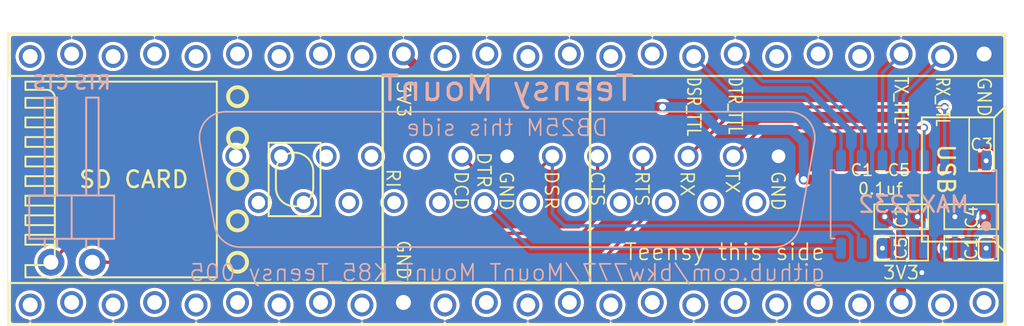
<source format=kicad_pcb>
(kicad_pcb (version 20211014) (generator pcbnew)
  (title_block (title "MounT_K85_Teensy") (date "2022-10-25") (rev "005") (company "Brian K. White - b.kenyon.w@gmail.com") (comment 1 "CC-BY-SA") (comment 2 "github.com/bkw777/MounT"))
  (layers (0 "F.Cu" signal) (31 "B.Cu" signal) (34 "B.Paste" user) (35 "F.Paste" user) (36 "B.SilkS" user "B.Silkscreen") (37 "F.SilkS" user "F.Silkscreen") (38 "B.Mask" user) (39 "F.Mask" user) (44 "Edge.Cuts" user))
  (net 0 "")
  (net 1 "GND")
  (net 2 "Net-(C1-Pad1)")
  (net 3 "Net-(C1-Pad2)")
  (net 4 "Net-(C2-Pad1)")
  (net 5 "Net-(C2-Pad2)")
  (net 6 "Net-(C4-Pad1)")
  (net 7 "Net-(C5-Pad1)")
  (net 8 "+3V3")
  (net 9 "/DTR_TTL")
  (net 10 "/DSR_TTL")
  (net 11 "/TX_TTL")
  (net 12 "/RX_TTL")
  (net 13 "/DTR_232")
  (net 16 "/CTS_232")
  (net 17 "/RTS_232")
  (net 18 "/RX_232")
  (net 19 "/TX_232")
  (net 55 "/RI_232")
  (net 68 "/DSR_DCD_232")
  (footprint "0_LOCAL:C_0805" (layer "F.Cu") (at 175.7426 100.7364 180)
    (fp_text reference "C1" (at 0 -0.0254 90) (layer "F.SilkS") (effects (font (size 0.7112 0.7112) (thickness 0.1016))))
    (fp_text value "0.1uf")
    (fp_line (start 1.651 -0.762) (end -1.651 -0.762) (layer "F.SilkS") (width 0.1016))
    (fp_line (start -1.651 0.762) (end 1.651 0.762) (layer "F.SilkS") (width 0.1016))
    (fp_line (start 1.651 -0.762) (end 1.651 0.762) (layer "F.SilkS") (width 0.1016))
    (fp_line (start -1.651 -0.762) (end -1.651 0.762) (layer "F.SilkS") (width 0.1016))
    (pad "1" smd roundrect locked (at -1 0 180) (size 1 1.25) (layers "F.Cu" "F.Paste" "F.Mask") (net 2 "Net-(C1-Pad1)"))
    (pad "2" smd roundrect locked (at 1 0 180) (size 1 1.25) (layers "F.Cu" "F.Paste" "F.Mask") (net 3 "Net-(C1-Pad2)"))
  )
  (footprint "0_LOCAL:C_0805" (layer "F.Cu") (at 171.45 98.806 180)
    (fp_text reference "C2" (at -0.0254 0 90) (layer "F.SilkS") (effects (font (size 0.7112 0.7112) (thickness 0.1016))))
    (fp_text value "0.1uf")
    (fp_line (start -1.651 0.762) (end 1.651 0.762) (layer "F.SilkS") (width 0.1016))
    (fp_line (start -1.651 -0.762) (end -1.651 0.762) (layer "F.SilkS") (width 0.1016))
    (fp_line (start 1.651 -0.762) (end 1.651 0.762) (layer "F.SilkS") (width 0.1016))
    (fp_line (start 1.651 -0.762) (end -1.651 -0.762) (layer "F.SilkS") (width 0.1016))
    (pad "1" smd roundrect locked (at -1 0 180) (size 1 1.25) (layers "F.Cu" "F.Paste" "F.Mask") (net 4 "Net-(C2-Pad1)"))
    (pad "2" smd roundrect locked (at 1 0 180) (size 1 1.25) (layers "F.Cu" "F.Paste" "F.Mask") (net 5 "Net-(C2-Pad2)"))
  )
  (footprint "0_LOCAL:C_0805" (layer "F.Cu") (at 171.45 100.7364)
    (fp_text reference "C5" (at -0.0254 0 90) (layer "F.SilkS") (effects (font (size 0.7112 0.7112) (thickness 0.1016))))
    (fp_text value "0.1uf")
    (fp_line (start 1.651 -0.762) (end 1.651 0.762) (layer "F.SilkS") (width 0.1016))
    (fp_line (start 1.651 -0.762) (end -1.651 -0.762) (layer "F.SilkS") (width 0.1016))
    (fp_line (start -1.651 -0.762) (end -1.651 0.762) (layer "F.SilkS") (width 0.1016))
    (fp_line (start -1.651 0.762) (end 1.651 0.762) (layer "F.SilkS") (width 0.1016))
    (pad "1" smd roundrect locked (at -1 0) (size 1 1.25) (layers "F.Cu" "F.Paste" "F.Mask") (net 7 "Net-(C5-Pad1)"))
    (pad "2" smd roundrect locked (at 1 0) (size 1 1.25) (layers "F.Cu" "F.Paste" "F.Mask") (net 1 "GND"))
  )
  (footprint "0_LOCAL:C_0805" (layer "F.Cu") (at 176.3776 94.361 90)
    (fp_text reference "C3" (at -0.0254 0) (layer "F.SilkS") (effects (font (size 0.7112 0.7112) (thickness 0.1016))))
    (fp_text value "0.1uf")
    (fp_line (start -1.651 0.762) (end 1.651 0.762) (layer "F.SilkS") (width 0.1016))
    (fp_line (start 1.651 -0.762) (end 1.651 0.762) (layer "F.SilkS") (width 0.1016))
    (fp_line (start -1.651 -0.762) (end -1.651 0.762) (layer "F.SilkS") (width 0.1016))
    (fp_line (start 1.651 -0.762) (end -1.651 -0.762) (layer "F.SilkS") (width 0.1016))
    (pad "1" smd roundrect locked (at -1 0 90) (size 1 1.25) (layers "F.Cu" "F.Paste" "F.Mask") (net 8 "+3V3"))
    (pad "2" smd roundrect locked (at 1 0 90) (size 1 1.25) (layers "F.Cu" "F.Paste" "F.Mask") (net 1 "GND"))
  )
  (footprint "0_LOCAL:C_0805" (layer "F.Cu") (at 175.7426 98.806 180)
    (fp_text reference "C4" (at -0.0254 -0.0254 90) (layer "F.SilkS") (effects (font (size 0.7112 0.7112) (thickness 0.1016))))
    (fp_text value "0.1uf")
    (fp_line (start 1.651 -0.762) (end 1.651 0.762) (layer "F.SilkS") (width 0.1016))
    (fp_line (start 1.651 -0.762) (end -1.651 -0.762) (layer "F.SilkS") (width 0.1016))
    (fp_line (start -1.651 -0.762) (end -1.651 0.762) (layer "F.SilkS") (width 0.1016))
    (fp_line (start -1.651 0.762) (end 1.651 0.762) (layer "F.SilkS") (width 0.1016))
    (pad "1" smd roundrect locked (at -1 0 180) (size 1 1.25) (layers "F.Cu" "F.Paste" "F.Mask") (net 6 "Net-(C4-Pad1)"))
    (pad "2" smd roundrect locked (at 1 0 180) (size 1 1.25) (layers "F.Cu" "F.Paste" "F.Mask") (net 1 "GND"))
  )
  (footprint "0_LOCAL:Teensy_3.5_3.6_4.1_DIP_friction" (layer "F.Cu") (at 147.32 96.52 180)
    (fp_text reference "J1" hide)
    (fp_text value "Teensy_3.5_3.6_4.1")
    (fp_line (start 14.1605 -0.5) (end 14.1605 0.5) (layer "F.SilkS") (width 0.12))
    (fp_line (start -30.48 4.445) (end -29.845 3.81) (layer "F.SilkS") (width 0.12))
    (fp_line (start 14.605 -2.25) (end 11.43 -2.25) (layer "F.SilkS") (width 0.12))
    (fp_line (start 27.7 0.2) (end 29.5 0.2) (layer "F.SilkS") (width 0.12))
    (fp_line (start 29.5 3.8) (end 29.5 3.2) (layer "F.SilkS") (width 0.12))
    (fp_line (start 29.5 -5.25) (end 28.2 -5.25) (layer "F.SilkS") (width 0.12))
    (fp_line (start 27.7 5) (end 29.5 5) (layer "F.SilkS") (width 0.12))
    (fp_line (start 11.8745 -0.5) (end 11.8745 0.5) (layer "F.SilkS") (width 0.12))
    (fp_line (start 27.7 2.6) (end 29.5 2.6) (layer "F.SilkS") (width 0.12))
    (fp_line (start 27.7 -2.2) (end 29.5 -2.2) (layer "F.SilkS") (width 0.12))
    (fp_line (start 29.5 5) (end 29.5 4.4) (layer "F.SilkS") (width 0.12))
    (fp_line (start 11.43 -2.25) (end 11.43 2.25) (layer "F.SilkS") (width 0.12))
    (fp_line (start -25.4 3.81) (end -29.845 3.81) (layer "F.SilkS") (width 0.12))
    (fp_line (start -30.48 -4.445) (end -30.48 4.445) (layer "F.SilkS") (width 0.12))
    (fp_line (start -25.4 3.81) (end -25.4 -3.81) (layer "F.SilkS") (width 0.12))
    (fp_line (start 29.5 -1) (end 29.5 -1.6) (layer "F.SilkS") (width 0.12))
    (fp_line (start 29.5 -1.6) (end 27.7 -1.6) (layer "F.SilkS") (width 0.12))
    (fp_line (start 29.5 -4) (end 27.7 -4) (layer "F.SilkS") (width 0.12))
    (fp_line (start 29.5 1.4) (end 29.5 0.8) (layer "F.SilkS") (width 0.12))
    (fp_line (start -30.48 -4.445) (end -29.845 -3.81) (layer "F.SilkS") (width 0.12))
    (fp_line (start 17.78 6) (end 29.5 6) (layer "F.SilkS") (width 0.12))
    (fp_line (start 27.7 -1) (end 29.5 -1) (layer "F.SilkS") (width 0.12))
    (fp_line (start 29.5 -6) (end 29.5 -5.25) (layer "F.SilkS") (width 0.12))
    (fp_line (start 17.78 6) (end 17.78 -6) (layer "F.SilkS") (width 0.12))
    (fp_line (start 29.5 4.4) (end 27.7 4.4) (layer "F.SilkS") (width 0.12))
    (fp_line (start 29.5 -2.2) (end 29.5 -2.8) (layer "F.SilkS") (width 0.12))
    (fp_line (start 14.605 2.25) (end 14.605 -2.25) (layer "F.SilkS") (width 0.12))
    (fp_line (start -5.08 6.35) (end 7.62 6.35) (layer "F.SilkS") (width 0.15))
    (fp_line (start 29.5 -0.4) (end 27.7 -0.4) (layer "F.SilkS") (width 0.12))
    (fp_line (start 29.5 -2.8) (end 27.7 -2.8) (layer "F.SilkS") (width 0.12))
    (fp_line (start 7.62 6.35) (end 7.62 -6.35) (layer "F.SilkS") (width 0.15))
    (fp_line (start 29.5 -3.4) (end 29.5 -4) (layer "F.SilkS") (width 0.12))
    (fp_line (start -5.08 -6.35) (end 7.62 -6.35) (layer "F.SilkS") (width 0.15))
    (fp_line (start 27.7 3.8) (end 29.5 3.8) (layer "F.SilkS") (width 0.12))
    (fp_line (start 29.5 2.6) (end 29.5 2) (layer "F.SilkS") (width 0.12))
    (fp_line (start 29.5 6) (end 29.5 5.5) (layer "F.SilkS") (width 0.12))
    (fp_line (start 27.7 -4.75) (end 27.7 5) (layer "F.SilkS") (width 0.12))
    (fp_line (start 11.43 2.25) (end 14.605 2.25) (layer "F.SilkS") (width 0.12))
    (fp_line (start 29.5 0.2) (end 29.5 -0.4) (layer "F.SilkS") (width 0.12))
    (fp_line (start 29.5 3.2) (end 27.7 3.2) (layer "F.SilkS") (width 0.12))
    (fp_line (start 29.5 2) (end 27.7 2) (layer "F.SilkS") (width 0.12))
    (fp_line (start 29.5 5.5) (end 28.2 5.5) (layer "F.SilkS") (width 0.12))
    (fp_line (start 27.7 -3.4) (end 29.5 -3.4) (layer "F.SilkS") (width 0.12))
    (fp_line (start 29.5 -6) (end 17.78 -6) (layer "F.SilkS") (width 0.12))
    (fp_line (start -25.4 -3.81) (end -29.845 -3.81) (layer "F.SilkS") (width 0.12))
    (fp_line (start -5.08 -6.35) (end -5.08 6.35) (layer "F.SilkS") (width 0.15))
    (fp_line (start 29.5 0.8) (end 27.7 0.8) (layer "F.SilkS") (width 0.12))
    (fp_line (start 27.7 1.4) (end 29.5 1.4) (layer "F.SilkS") (width 0.12))
    (fp_arc (start 27.7 -4.75) (mid 27.846447 -5.103553) (end 28.2 -5.25) (layer "F.SilkS") (width 0.12))
    (fp_arc (start 11.8745 -0.5) (mid 13.0175 -1.643) (end 14.1605 -0.5) (layer "F.SilkS") (width 0.12))
    (fp_arc (start 28.2 5.5) (mid 27.846447 5.353553) (end 27.7 5) (layer "F.SilkS") (width 0.12))
    (fp_arc (start 14.1605 0.5) (mid 13.0175 1.643) (end 11.8745 0.5) (layer "F.SilkS") (width 0.12))
    (fp_circle (center 16.51 5.08) (end 17.08912 5.08) (layer "F.SilkS") (width 0.2413) (fill none))
    (fp_circle (center 16.51 -2.54) (end 17.08912 -2.54) (layer "F.SilkS") (width 0.2413) (fill none))
    (fp_circle (center 16.51 0) (end 17.08912 0) (layer "F.SilkS") (width 0.2413) (fill none))
    (fp_circle (center 16.51 -5.08) (end 17.08912 -5.08) (layer "F.SilkS") (width 0.2413) (fill none))
    (fp_circle (center 16.51 2.54) (end 17.08912 2.54) (layer "F.SilkS") (width 0.2413) (fill none))
    (pad "1" thru_hole roundrect (at -29.21 7.6962 180) (size 1.397 1.397) (drill 0.9144) (layers *.Cu *.Mask) (roundrect_rratio 0.1) (net 1 "GND"))
    (pad "2" thru_hole circle (at -26.67 7.5438 180) (size 1.397 1.397) (drill 0.9144) (layers *.Cu *.Mask) (net 12 "/RX_TTL"))
    (pad "3" thru_hole circle (at -24.13 7.6962 180) (size 1.397 1.397) (drill 0.9144) (layers *.Cu *.Mask) (net 11 "/TX_TTL"))
    (pad "4" thru_hole circle (at -21.59 7.5438 180) (size 1.397 1.397) (drill 0.9144) (layers *.Cu *.Mask))
    (pad "5" thru_hole circle (at -19.05 7.6962 180) (size 1.397 1.397) (drill 0.9144) (layers *.Cu *.Mask))
    (pad "6" thru_hole circle (at -16.51 7.5438 180) (size 1.397 1.397) (drill 0.9144) (layers *.Cu *.Mask))
    (pad "7" thru_hole circle (at -13.97 7.6962 180) (size 1.397 1.397) (drill 0.9144) (layers *.Cu *.Mask) (net 9 "/DTR_TTL"))
    (pad "8" thru_hole circle (at -11.43 7.5438 180) (size 1.397 1.397) (drill 0.9144) (layers *.Cu *.Mask) (net 10 "/DSR_TTL"))
    (pad "9" thru_hole circle (at -8.89 7.6962 180) (size 1.397 1.397) (drill 0.9144) (layers *.Cu *.Mask))
    (pad "10" thru_hole circle (at -6.35 7.5438 180) (size 1.397 1.397) (drill 0.9144) (layers *.Cu *.Mask))
    (pad "11" thru_hole circle (at -3.81 7.6962 180) (size 1.397 1.397) (drill 0.9144) (layers *.Cu *.Mask))
    (pad "12" thru_hole circle (at -1.27 7.5438 180) (size 1.397 1.397) (drill 0.9144) (layers *.Cu *.Mask))
    (pad "13" thru_hole circle (at 1.2446 7.6962 180) (size 1.397 1.397) (drill 0.9144) (layers *.Cu *.Mask))
    (pad "14" thru_hole circle (at 3.81 7.5438 180) (size 1.397 1.397) (drill 0.9144) (layers *.Cu *.Mask))
    (pad "15" thru_hole circle (at 6.35 7.6962 180) (size 1.397 1.397) (drill 0.9144) (layers *.Cu *.Mask) (net 8 "+3V3"))
    (pad "16" thru_hole circle (at 8.89 7.5438 180) (size 1.397 1.397) (drill 0.9144) (layers *.Cu *.Mask))
    (pad "17" thru_hole circle (at 11.43 7.6962 180) (size 1.397 1.397) (drill 0.9144) (layers *.Cu *.Mask))
    (pad "18" thru_hole circle (at 13.97 7.5438 180) (size 1.397 1.397) (drill 0.9144) (layers *.Cu *.Mask))
    (pad "19" thru_hole circle (at 16.51 7.6962 180) (size 1.397 1.397) (drill 0.9144) (layers *.Cu *.Mask))
    (pad "20" thru_hole circle (at 19.05 7.5438 180) (size 1.397 1.397) (drill 0.9144) (layers *.Cu *.Mask))
    (pad "21" thru_hole circle (at 21.59 7.6962 180) (size 1.397 1.397) (drill 0.9144) (layers *.Cu *.Mask))
    (pad "22" thru_hole circle (at 24.13 7.5438 180) (size 1.397 1.397) (drill 0.9144) (layers *.Cu *.Mask))
    (pad "23" thru_hole circle (at 26.67 7.6962 180) (size 1.397 1.397) (drill 0.9144) (layers *.Cu *.Mask))
    (pad "24" thru_hole circle (at 29.21 7.5438 180) (size 1.397 1.397) (drill 0.9144) (layers *.Cu *.Mask))
    (pad "25" thru_hole circle (at 29.21 -7.6962 180) (size 1.397 1.397) (drill 0.9144) (layers *.Cu *.Mask))
    (pad "26" thru_hole circle (at 26.67 -7.5438 180) (size 1.397 1.397) (drill 0.9144) (layers *.Cu *.Mask))
    (pad "27" thru_hole circle (at 24.13 -7.6962 180) (size 1.397 1.397) (drill 0.9144) (layers *.Cu *.Mask))
    (pad "28" thru_hole circle (at 21.59 -7.5438 180) (size 1.397 1.397) (drill 0.9144) (layers *.Cu *.Mask))
    (pad "29" thru_hole circle (at 19.05 -7.6962 180) (size 1.397 1.397) (drill 0.9144) (layers *.Cu *.Mask))
    (pad "30" thru_hole circle (at 16.51 -7.5438 180) (size 1.397 1.397) (drill 0.9144) (layers *.Cu *.Mask))
    (pad "31" thru_hole circle (at 13.97 -7.6962 180) (size 1.397 1.397) (drill 0.9144) (layers *.Cu *.Mask))
    (pad "32" thru_hole circle (at 11.43 -7.5438 180) (size 1.397 1.397) (drill 0.9144) (layers *.Cu *.Mask))
    (pad "33" thru_hole circle (at 8.89 -7.6962 180) (size 1.397 1.397) (drill 0.9144) (layers *.Cu *.Mask))
    (pad "34" thru_hole circle (at 6.35 -7.5438 180) (size 1.397 1.397) (drill 0.9144) (layers *.Cu *.Mask) (net 1 "GND"))
    (pad "35" thru_hole circle (at 3.81 -7.6962 180) (size 1.397 1.397) (drill 0.9144) (layers *.Cu *.Mask))
    (pad "36" thru_hole circle (at 1.27 -7.5438 180) (size 1.397 1.397) (drill 0.9144) (layers *.Cu *.Mask))
    (pad "37" thru_hole circle (at -1.27 -7.6962 180) (size 1.397 1.397) (drill 0.9144) (layers *.Cu *.Mask))
    (pad "38" thru_hole circle (at -3.81 -7.5438 180) (size 1.397 1.397) (drill 0.9144) (layers *.Cu *.Mask))
    (pad "39" thru_hole circle (at -6.35 -7.6962 180) (size 1.397 1.397) (drill 0.9144) (layers *.Cu *.Mask))
    (pad "40" thru_hole circle (at -8.89 -7.5438 180) (size 1.397 1.397) (drill 0.9144) (layers *.Cu *.Mask))
    (pad "41" thru_hole circle (at -11.43 -7.6962 180) (size 1.397 1.397) (drill 0.9144) (layers *.Cu *.Mask))
    (pad "42" thru_hole circle (at -13.97 -7.5438 180) (size 1.397 1.397) (drill 0.9144) (layers *.Cu *.Mask))
    (pad "43" thru_hole circle (at -16.51 -7.6962 180) (size 1.397 1.397) (drill 0.9144) (layers *.Cu *.Mask))
    (pad "44" thru_hole circle (at -19.05 -7.5438 180) (size 1.397 1.397) (drill 0.9144) (layers *.Cu *.Mask))
    (pad "45" thru_hole circle (at -21.59 -7.6962 180) (size 1.397 1.397) (drill 0.9144) (layers *.Cu *.Mask))
    (pad "46" thru_hole circle (at -24.13 -7.5438 180) (size 1.397 1.397) (drill 0.9144) (layers *.Cu *.Mask) (net 8 "+3V3"))
    (pad "47" thru_hole circle (at -26.67 -7.6962 180) (size 1.397 1.397) (drill 0.9144) (layers *.Cu *.Mask))
    (pad "48" thru_hole circle (at -29.21 -7.5438 180) (size 1.397 1.397) (drill 0.9144) (layers *.Cu *.Mask))
  )
  (footprint "0_LOCAL:SOIC-16_W3.90mm" (layer "B.Cu") (at 172.212 98.044 180)
    (fp_text reference "U1" hide)
    (fp_text value "MAX3232" (at 0 0) (layer "B.SilkS") (effects (justify mirror)))
    (fp_line (start 4.826 -2.0955) (end 5.08 -2.0955) (layer "B.SilkS") (width 0.1))
    (fp_line (start 4.826 2.0955) (end 5.08 2.0955) (layer "B.SilkS") (width 0.1))
    (fp_line (start -5.08 -2.0955) (end -4.826 -2.0955) (layer "B.SilkS") (width 0.1))
    (fp_line (start -5.08 2.0955) (end -4.826 2.0955) (layer "B.SilkS") (width 0.1))
    (fp_line (start -5.08 2.0955) (end -5.08 -3.2385) (layer "B.SilkS") (width 0.1))
    (fp_line (start 5.08 -2.0955) (end 5.08 2.0955) (layer "B.SilkS") (width 0.1))
    (fp_circle (center -4.445 -1.3335) (end -4.2926 -1.3335) (layer "B.SilkS") (width 0.3048) (fill none))
    (pad "1" smd roundrect locked (at -4.445 -2.7 180) (size 0.6 1.27) (layers "B.Cu" "B.Paste" "B.Mask") (net 2 "Net-(C1-Pad1)"))
    (pad "2" smd roundrect locked (at -3.175 -2.7 180) (size 0.6 1.27) (layers "B.Cu" "B.Paste" "B.Mask") (net 6 "Net-(C4-Pad1)"))
    (pad "3" smd roundrect locked (at -1.905 -2.7 180) (size 0.6 1.27) (layers "B.Cu" "B.Paste" "B.Mask") (net 3 "Net-(C1-Pad2)"))
    (pad "4" smd roundrect locked (at -0.635 -2.7 180) (size 0.6 1.27) (layers "B.Cu" "B.Paste" "B.Mask") (net 4 "Net-(C2-Pad1)"))
    (pad "5" smd roundrect locked (at 0.635 -2.7 180) (size 0.6 1.27) (layers "B.Cu" "B.Paste" "B.Mask") (net 5 "Net-(C2-Pad2)"))
    (pad "6" smd roundrect locked (at 1.905 -2.7 180) (size 0.6 1.27) (layers "B.Cu" "B.Paste" "B.Mask") (net 7 "Net-(C5-Pad1)"))
    (pad "7" smd roundrect locked (at 3.175 -2.7 180) (size 0.6 1.27) (layers "B.Cu" "B.Paste" "B.Mask") (net 68 "/DSR_DCD_232"))
    (pad "8" smd roundrect locked (at 4.445 -2.7 180) (size 0.6 1.27) (layers "B.Cu" "B.Paste" "B.Mask") (net 13 "/DTR_232"))
    (pad "9" smd roundrect locked (at 4.445 2.7 180) (size 0.6 1.27) (layers "B.Cu" "B.Paste" "B.Mask") (net 10 "/DSR_TTL"))
    (pad "10" smd roundrect locked (at 3.175 2.7 180) (size 0.6 1.27) (layers "B.Cu" "B.Paste" "B.Mask") (net 9 "/DTR_TTL"))
    (pad "11" smd roundrect locked (at 1.905 2.7 180) (size 0.6 1.27) (layers "B.Cu" "B.Paste" "B.Mask") (net 11 "/TX_TTL"))
    (pad "12" smd roundrect locked (at 0.635 2.7 180) (size 0.6 1.27) (layers "B.Cu" "B.Paste" "B.Mask") (net 12 "/RX_TTL"))
    (pad "13" smd roundrect locked (at -0.635 2.7 180) (size 0.6 1.27) (layers "B.Cu" "B.Paste" "B.Mask") (net 19 "/TX_232"))
    (pad "14" smd roundrect locked (at -1.905 2.7 180) (size 0.6 1.27) (layers "B.Cu" "B.Paste" "B.Mask") (net 18 "/RX_232"))
    (pad "15" smd roundrect locked (at -3.175 2.7 180) (size 0.6 1.27) (layers "B.Cu" "B.Paste" "B.Mask") (net 1 "GND"))
    (pad "16" smd roundrect locked (at -4.445 2.7 180) (size 0.6 1.27) (layers "B.Cu" "B.Paste" "B.Mask") (net 8 "+3V3"))
  )
  (footprint "0_LOCAL:PinHeader_1x02_P2.54mm_Horizontal" (layer "B.Cu") (at 121.92 101.6 90)
    (fp_text reference "JP1" hide)
    (fp_text value "Jumper_2_Bridged")
    (fp_line (start 1.44 1.33) (end 1.44 -3.87) (layer "B.SilkS") (width 0.12))
    (fp_line (start 0.9 -2.16) (end 1.44 -2.16) (layer "B.SilkS") (width 0.12))
    (fp_line (start 1.44 -3.87) (end 4.1 -3.87) (layer "B.SilkS") (width 0.12))
    (fp_line (start 4.1 1.33) (end 1.44 1.33) (layer "B.SilkS") (width 0.12))
    (fp_line (start 4.1 -2.16) (end 10.1 -2.16) (layer "B.SilkS") (width 0.12))
    (fp_line (start 4.1 -3.87) (end 4.1 1.33) (layer "B.SilkS") (width 0.12))
    (fp_line (start 0.9 0.38) (end 1.44 0.38) (layer "B.SilkS") (width 0.12))
    (fp_line (start 1.44 -1.27) (end 4.1 -1.27) (layer "B.SilkS") (width 0.12))
    (fp_line (start 10.1 -2.92) (end 4.1 -2.92) (layer "B.SilkS") (width 0.12))
    (fp_line (start 0.9 -0.38) (end 1.44 -0.38) (layer "B.SilkS") (width 0.12))
    (fp_line (start 0.9 -2.92) (end 1.44 -2.92) (layer "B.SilkS") (width 0.12))
    (fp_line (start 10.1 -0.38) (end 4.1 -0.38) (layer "B.SilkS") (width 0.12))
    (fp_line (start 4.1 0.38) (end 10.1 0.38) (layer "B.SilkS") (width 0.12))
    (fp_line (start 10.1 -2.16) (end 10.1 -2.92) (layer "B.SilkS") (width 0.12))
    (fp_line (start 10.1 0.38) (end 10.1 -0.38) (layer "B.SilkS") (width 0.12))
    (pad "1" thru_hole circle (at 0 0 90) (size 1.651 1.651) (drill 0.9144) (layers *.Cu *.Mask) (net 17 "/RTS_232"))
    (pad "2" thru_hole circle (at 0 -2.54 90) (size 1.651 1.651) (drill 0.9144) (layers *.Cu *.Mask) (net 16 "/CTS_232"))
  )
  (footprint "0_LOCAL:DSUB-25_Male_Vertical_P2.77x2.84mm" (layer "B.Cu") (at 163.94 95.0976 180)
    (fp_text reference "J2" hide)
    (fp_text value "DB25_Male")
    (fp_line (start 0.276073 -5.57) (end 32.963927 -5.57) (layer "B.SilkS") (width 0.1))
    (fp_line (start -0.623194 2.73) (end 33.863194 2.73) (layer "B.SilkS") (width 0.1))
    (fp_line (start 35.438887 0.852163) (end 34.539619 -4.247837) (layer "B.SilkS") (width 0.1))
    (fp_line (start -2.198887 0.852163) (end -1.299619 -4.247837) (layer "B.SilkS") (width 0.1))
    (fp_arc (start -1.299619 -4.247837) (mid -0.752387 -5.195671) (end 0.276073 -5.57) (layer "B.SilkS") (width 0.1))
    (fp_arc (start 32.963927 -5.57) (mid 33.992372 -5.195661) (end 34.539619 -4.247837) (layer "B.SilkS") (width 0.1))
    (fp_arc (start -0.623194 2.73) (mid -1.848865 2.15846) (end -2.198886 0.852163) (layer "B.SilkS") (width 0.1))
    (fp_arc (start 35.438886 0.852163) (mid 35.088865 2.158458) (end 33.863194 2.73) (layer "B.SilkS") (width 0.1))
    (pad "1" thru_hole roundrect locked (at 0 0 180) (size 1.27 1.27) (drill 0.8382) (layers *.Cu *.Mask) (roundrect_rratio 0.1) (net 1 "GND"))
    (pad "2" thru_hole circle locked (at 2.77 0 180) (size 1.27 1.27) (drill 0.8382) (layers *.Cu *.Mask) (net 19 "/TX_232"))
    (pad "3" thru_hole circle locked (at 5.54 0 180) (size 1.27 1.27) (drill 0.8382) (layers *.Cu *.Mask) (net 18 "/RX_232"))
    (pad "4" thru_hole circle locked (at 8.31 0 180) (size 1.27 1.27) (drill 0.8382) (layers *.Cu *.Mask) (net 17 "/RTS_232"))
    (pad "5" thru_hole circle locked (at 11.08 0 180) (size 1.27 1.27) (drill 0.8382) (layers *.Cu *.Mask) (net 16 "/CTS_232"))
    (pad "6" thru_hole circle locked (at 13.85 0 180) (size 1.27 1.27) (drill 0.8382) (layers *.Cu *.Mask) (net 68 "/DSR_DCD_232"))
    (pad "7" thru_hole circle locked (at 16.62 0 180) (size 1.27 1.27) (drill 0.8382) (layers *.Cu *.Mask) (net 1 "GND"))
    (pad "8" thru_hole circle locked (at 19.39 0 180) (size 1.27 1.27) (drill 0.8382) (layers *.Cu *.Mask) (net 68 "/DSR_DCD_232"))
    (pad "9" thru_hole circle locked (at 22.16 0 180) (size 1.27 1.27) (drill 0.8382) (layers *.Cu *.Mask))
    (pad "10" thru_hole circle locked (at 24.93 0 180) (size 1.27 1.27) (drill 0.8382) (layers *.Cu *.Mask))
    (pad "11" thru_hole circle locked (at 27.7 0 180) (size 1.27 1.27) (drill 0.8382) (layers *.Cu *.Mask))
    (pad "12" thru_hole circle locked (at 30.47 0 180) (size 1.27 1.27) (drill 0.8382) (layers *.Cu *.Mask))
    (pad "13" thru_hole circle locked (at 33.24 0 180) (size 1.27 1.27) (drill 0.8382) (layers *.Cu *.Mask))
    (pad "14" thru_hole circle locked (at 1.385 -2.84 180) (size 1.27 1.27) (drill 0.8382) (layers *.Cu *.Mask))
    (pad "15" thru_hole circle locked (at 4.155 -2.84 180) (size 1.27 1.27) (drill 0.8382) (layers *.Cu *.Mask))
    (pad "16" thru_hole circle locked (at 6.925 -2.84 180) (size 1.27 1.27) (drill 0.8382) (layers *.Cu *.Mask))
    (pad "17" thru_hole circle locked (at 9.695 -2.84 180) (size 1.27 1.27) (drill 0.8382) (layers *.Cu *.Mask))
    (pad "18" thru_hole circle locked (at 12.465 -2.84 180) (size 1.27 1.27) (drill 0.8382) (layers *.Cu *.Mask))
    (pad "19" thru_hole circle locked (at 15.235 -2.84 180) (size 1.27 1.27) (drill 0.8382) (layers *.Cu *.Mask))
    (pad "20" thru_hole circle locked (at 18.005 -2.84 180) (size 1.27 1.27) (drill 0.8382) (layers *.Cu *.Mask) (net 13 "/DTR_232"))
    (pad "21" thru_hole circle locked (at 20.775 -2.84 180) (size 1.27 1.27) (drill 0.8382) (layers *.Cu *.Mask))
    (pad "22" thru_hole circle locked (at 23.545 -2.84 180) (size 1.27 1.27) (drill 0.8382) (layers *.Cu *.Mask) (net 55 "/RI_232"))
    (pad "23" thru_hole circle locked (at 26.315 -2.84 180) (size 1.27 1.27) (drill 0.8382) (layers *.Cu *.Mask))
    (pad "24" thru_hole circle locked (at 29.085 -2.84 180) (size 1.27 1.27) (drill 0.8382) (layers *.Cu *.Mask))
    (pad "25" thru_hole circle locked (at 31.855 -2.84 180) (size 1.27 1.27) (drill 0.8382) (layers *.Cu *.Mask))
  )
  (gr_line (start 177.8 105.41) (end 177.8 102.87) (layer "F.SilkS") (width 0.127))
  (gr_line (start 177.8 90.17) (end 177.8 87.63) (layer "F.SilkS") (width 0.127))
  (gr_line (start 116.84 102.87) (end 116.84 105.41) (layer "F.SilkS") (width 0.127))
  (gr_line (start 116.84 105.41) (end 177.8 105.41) (layer "F.SilkS") (width 0.127))
  (gr_line (start 116.84 87.63) (end 116.84 90.17) (layer "F.SilkS") (width 0.127))
  (gr_line (start 177.8 102.87) (end 116.84 102.87) (layer "F.SilkS") (width 0.127))
  (gr_line (start 116.84 90.17) (end 177.8 90.17) (layer "F.SilkS") (width 0.127))
  (gr_line (start 177.8 87.63) (end 116.84 87.63) (layer "F.SilkS") (width 0.127))
  (gr_line (start 177.9016 105.5116) (end 177.9016 87.5284) (layer "Edge.Cuts") (width 0.0254))
  (gr_line (start 116.7384 105.5116) (end 177.9016 105.5116) (layer "Edge.Cuts") (width 0.0254))
  (gr_line (start 177.9016 87.5284) (end 116.7384 87.5284) (layer "Edge.Cuts") (width 0.0254))
  (gr_line (start 116.7384 87.5284) (end 116.7384 105.5116) (layer "Edge.Cuts") (width 0.0254))
  (gr_text "Teensy MounT" (at 147.32 90.932) (layer "B.SilkS") (effects (font (size 1.5 1.5) (thickness 0.2)) (justify mirror)))
  (gr_text "CTS" (at 119.38 90.5764) (layer "B.SilkS") (effects (font (size 0.8128 0.8128) (thickness 0.1524)) (justify mirror)))
  (gr_text "DB25M this side" (at 147.32 93.345) (layer "B.SilkS") (effects (font (size 1 1) (thickness 0.1)) (justify mirror)))
  (gr_text "${COMMENT2} ${TITLE} ${REVISION}" (at 147.32 102.235) (layer "B.SilkS") (effects (font (size 1 1) (thickness 0.1)) (justify mirror)))
  (gr_text "RTS" (at 121.92 90.5764) (layer "B.SilkS") (effects (font (size 0.8128 0.8128) (thickness 0.1524)) (justify mirror)))
  (gr_text "USB" (at 174.1932 95.885 -90) (layer "F.SilkS") (effects (font (size 1.016 1.016) (thickness 0.1524))))
  (gr_text "3V3" (at 171.45 102.235) (layer "F.SilkS") (effects (font (size 0.8 0.8) (thickness 0.1))))
  (gr_text "DCD" (at 144.5006 95.9358 -90) (layer "F.SilkS") (effects (font (size 0.8 0.8) (thickness 0.1)) (justify left)))
  (gr_text "GND" (at 163.9062 95.9358 -90) (layer "F.SilkS") (effects (font (size 0.8 0.8) (thickness 0.1)) (justify left)))
  (gr_text "SD CARD" (at 124.46 96.52) (layer "F.SilkS") (effects (font (size 1.016 1.016) (thickness 0.1524))))
  (gr_text "TX_TTL" (at 171.45 90.17 270) (layer "F.SilkS") (effects (font (size 0.8 0.6) (thickness 0.1)) (justify left)))
  (gr_text "CTS" (at 152.8318 95.9358 -90) (layer "F.SilkS") (effects (font (size 0.8 0.8) (thickness 0.1)) (justify left)))
  (gr_text "GND" (at 176.53 90.17 -90) (layer "F.SilkS") (effects (font (size 0.8 0.8) (thickness 0.1)) (justify left)))
  (gr_text "RX_TTL" (at 173.99 90.17 270) (layer "F.SilkS") (effects (font (size 0.8 0.6) (thickness 0.1)) (justify left)))
  (gr_text "GND" (at 140.97 102.743 -90) (layer "F.SilkS") (effects (font (size 0.8 0.8) (thickness 0.1)) (justify right)))
  (gr_text "RTS" (at 155.575 95.9358 -90) (layer "F.SilkS") (effects (font (size 0.8 0.8) (thickness 0.1)) (justify left)))
  (gr_text "DSR" (at 150.0378 95.9358 -90) (layer "F.SilkS") (effects (font (size 0.8 0.8) (thickness 0.1)) (justify left)))
  (gr_text "TX" (at 161.1122 95.9358 -90) (layer "F.SilkS") (effects (font (size 0.8 0.8) (thickness 0.1)) (justify left)))
  (gr_text "RI" (at 140.335 97.1042 -90) (layer "F.SilkS") (effects (font (size 0.8 0.8) (thickness 0.1)) (justify right)))
  (gr_text "Teensy this side" (at 160.655 100.965) (layer "F.SilkS") (effects (font (size 1 1) (thickness 0.1))))
  (gr_text "DSR_TTL" (at 158.75 90.17 270) (layer "F.SilkS") (effects (font (size 0.8 0.6) (thickness 0.1)) (justify left)))
  (gr_text "GND" (at 147.2692 95.9358 -90) (layer "F.SilkS") (effects (font (size 0.8 0.8) (thickness 0.1)) (justify left)))
  (gr_text "DTR" (at 145.8976 97.1042 -90) (layer "F.SilkS") (effects (font (size 0.8 0.8) (thickness 0.1)) (justify right)))
  (gr_text "RX" (at 158.3436 95.9358 -90) (layer "F.SilkS") (effects (font (size 0.8 0.8) (thickness 0.1)) (justify left)))
  (gr_text "DTR_TTL" (at 161.29 90.17 270) (layer "F.SilkS") (effects (font (size 0.8 0.6) (thickness 0.1)) (justify left)))
  (gr_text "3V3" (at 140.97 90.424 -90) (layer "F.SilkS") (effects (font (size 0.8 0.8) (thickness 0.1)) (justify left)))
  (gr_text "C1-C5\n${00000000-0000-0000-0000-00005f3a1bdb:VALUE}" (at 170.18 96.52) (layer "F.SilkS") (effects (font (size 0.7112 0.7112) (thickness 0.1016))))
  (via (at 174.7426 98.806) (size 0.5) (drill 0.3) (layers "F.Cu" "B.Cu") (net 1))
  (via (at 172.72 102.235) (size 0.5) (drill 0.3) (layers "F.Cu" "B.Cu") (net 1))
  (via (at 176.657 100.7364) (size 0.5) (drill 0.3) (layers "F.Cu" "B.Cu") (net 2))
  (segment (start 174.735 100.744) (end 174.7426 100.7364) (width 0.5) (layer "F.Cu") (net 3))
  (segment (start 174.117 100.744) (end 174.735 100.744) (width 0.5) (layer "F.Cu") (net 3))
  (via (at 174.117 100.744) (size 0.5) (drill 0.3) (layers "F.Cu" "B.Cu") (net 3))
  (via (at 172.45 98.806) (size 0.5) (drill 0.3) (layers "F.Cu" "B.Cu") (net 4))
  (segment (start 172.847 99.203) (end 172.847 100.744) (width 0.2) (layer "B.Cu") (net 4))
  (segment (start 172.45 98.806) (end 172.847 99.203) (width 0.2) (layer "B.Cu") (net 4))
  (via (at 170.45 98.806) (size 0.5) (drill 0.3) (layers "F.Cu" "B.Cu") (net 5))
  (segment (start 170.45 98.806) (end 171.38 99.736) (width 0.2) (layer "B.Cu") (net 5))
  (segment (start 171.38 100.5394) (end 171.577 100.7364) (width 0.2) (layer "B.Cu") (net 5))
  (segment (start 171.38 99.736) (end 171.38 100.5394) (width 0.2) (layer "B.Cu") (net 5))
  (segment (start 176.5046 98.806) (end 176.7426 98.806) (width 0.2) (layer "F.Cu") (net 6))
  (via (at 176.5046 98.806) (size 0.5) (drill 0.3) (layers "F.Cu" "B.Cu") (net 6))
  (segment (start 176.5046 98.806) (end 175.58 99.7306) (width 0.2) (layer "B.Cu") (net 6))
  (segment (start 175.58 99.7306) (end 175.58 100.551) (width 0.2) (layer "B.Cu") (net 6))
  (segment (start 175.58 100.551) (end 175.387 100.744) (width 0.2) (layer "B.Cu") (net 6))
  (via (at 170.307 100.7364) (size 0.5) (drill 0.3) (layers "F.Cu" "B.Cu") (net 7))
  (segment (start 176.2252 95.377) (end 176.657 95.377) (width 0.6) (layer "F.Cu") (net 8))
  (segment (start 144.2212 92.075) (end 140.97 88.8238) (width 0.6) (layer "F.Cu") (net 8))
  (segment (start 171.45 96.52) (end 171.45 104.0638) (width 0.6) (layer "F.Cu") (net 8))
  (segment (start 165.481 96.52) (end 175.0822 96.52) (width 0.6) (layer "F.Cu") (net 8))
  (segment (start 175.0822 96.52) (end 176.2252 95.377) (width 0.6) (layer "F.Cu") (net 8))
  (segment (start 156.845 92.075) (end 144.2212 92.075) (width 0.6) (layer "F.Cu") (net 8))
  (via (at 156.845 92.075) (size 0.6) (drill 0.4) (layers "F.Cu" "B.Cu") (net 8))
  (via (at 165.481 96.52) (size 0.6) (drill 0.4) (layers "F.Cu" "B.Cu") (net 8))
  (via (at 176.657 95.377) (size 0.5) (drill 0.3) (layers "F.Cu" "B.Cu") (net 8))
  (segment (start 156.845 92.075) (end 158.877 92.075) (width 0.6) (layer "B.Cu") (net 8))
  (segment (start 164.719 93.472) (end 165.481 94.234) (width 0.6) (layer "B.Cu") (net 8))
  (segment (start 160.274 93.472) (end 164.719 93.472) (width 0.6) (layer "B.Cu") (net 8))
  (segment (start 165.481 94.234) (end 165.481 96.52) (width 0.6) (layer "B.Cu") (net 8))
  (segment (start 158.877 92.075) (end 160.274 93.472) (width 0.6) (layer "B.Cu") (net 8))
  (segment (start 169.037 93.5482) (end 169.037 95.344) (width 0.2) (layer "B.Cu") (net 9))
  (segment (start 161.29 88.8238) (end 162.9664 90.5002) (width 0.2) (layer "B.Cu") (net 9))
  (segment (start 162.9664 90.5002) (end 165.989 90.5002) (width 0.2) (layer "B.Cu") (net 9))
  (segment (start 165.989 90.5002) (end 169.037 93.5482) (width 0.2) (layer "B.Cu") (net 9))
  (segment (start 161.2646 91.4908) (end 165.5318 91.4908) (width 0.2) (layer "B.Cu") (net 10))
  (segment (start 167.767 93.726) (end 167.767 95.344) (width 0.2) (layer "B.Cu") (net 10))
  (segment (start 158.75 88.9762) (end 161.2646 91.4908) (width 0.2) (layer "B.Cu") (net 10))
  (segment (start 165.5318 91.4908) (end 167.767 93.726) (width 0.2) (layer "B.Cu") (net 10))
  (segment (start 170.307 89.9668) (end 171.45 88.8238) (width 0.2) (layer "B.Cu") (net 11))
  (segment (start 170.307 95.344) (end 170.307 89.9668) (width 0.2) (layer "B.Cu") (net 11))
  (segment (start 171.577 91.3892) (end 173.99 88.9762) (width 0.2) (layer "B.Cu") (net 12))
  (segment (start 171.577 95.344) (end 171.577 91.3892) (width 0.2) (layer "B.Cu") (net 12))
  (segment (start 167.767 100.744) (end 148.7414 100.744) (width 0.2) (layer "B.Cu") (net 13))
  (segment (start 148.7414 100.744) (end 145.935 97.9376) (width 0.2) (layer "B.Cu") (net 13))
  (segment (start 152.86 95.0976) (end 152.86 98.854) (width 0.2) (layer "F.Cu") (net 16))
  (segment (start 152.86 98.854) (end 151.892 99.822) (width 0.2) (layer "F.Cu") (net 16))
  (segment (start 121.158 99.822) (end 119.38 101.6) (width 0.2) (layer "F.Cu") (net 16))
  (segment (start 151.892 99.822) (end 121.158 99.822) (width 0.2) (layer "F.Cu") (net 16))
  (segment (start 155.63 95.0976) (end 155.63 98.9542) (width 0.2) (layer "F.Cu") (net 17))
  (segment (start 155.63 98.9542) (end 152.9842 101.6) (width 0.2) (layer "F.Cu") (net 17))
  (segment (start 152.9842 101.6) (end 121.92 101.6) (width 0.2) (layer "F.Cu") (net 17))
  (segment (start 174.117 92.075) (end 161.4226 92.075) (width 0.2) (layer "F.Cu") (net 18))
  (segment (start 161.4226 92.075) (end 158.4 95.0976) (width 0.2) (layer "F.Cu") (net 18))
  (via (at 174.117 92.075) (size 0.5) (drill 0.3) (layers "F.Cu" "B.Cu") (net 18))
  (segment (start 174.117 92.075) (end 174.117 95.344) (width 0.2) (layer "B.Cu") (net 18))
  (segment (start 172.847 93.345) (end 162.9226 93.345) (width 0.2) (layer "F.Cu") (net 19))
  (segment (start 162.9226 93.345) (end 161.17 95.0976) (width 0.2) (layer "F.Cu") (net 19))
  (via (at 172.847 93.345) (size 0.5) (drill 0.3) (layers "F.Cu" "B.Cu") (net 19))
  (segment (start 172.847 93.345) (end 172.847 95.344) (width 0.2) (layer "B.Cu") (net 19))
  (segment (start 144.55 95.0976) (end 145.7692 96.3168) (width 0.2) (layer "F.Cu") (net 68))
  (segment (start 148.8708 96.3168) (end 150.09 95.0976) (width 0.2) (layer "F.Cu") (net 68))
  (segment (start 145.7692 96.3168) (end 148.8708 96.3168) (width 0.2) (layer "F.Cu") (net 68))
  (segment (start 169.037 100.744) (end 168.84 100.547) (width 0.2) (layer "B.Cu") (net 68))
  (segment (start 168.33 99.36) (end 150.8204 99.36) (width 0.2) (layer "B.Cu") (net 68))
  (segment (start 168.84 99.87) (end 168.33 99.36) (width 0.2) (layer "B.Cu") (net 68))
  (segment (start 168.84 100.547) (end 168.84 99.87) (width 0.2) (layer "B.Cu") (net 68))
  (segment (start 150.8204 99.36) (end 150.09 98.6296) (width 0.2) (layer "B.Cu") (net 68))
  (segment (start 150.09 98.6296) (end 150.09 95.0976) (width 0.2) (layer "B.Cu") (net 68))
  (zone (net 1) (net_name "GND") (layer "F.Cu") (connect_pads yes (clearance 0.2)) (min_thickness 0.2) (fill yes (thermal_gap 0.2) (thermal_bridge_width 0.3) (smoothing fillet) (radius 0.1))
    (polygon (pts (xy 177.9016 105.5116) (xy 116.7384 105.5116) (xy 116.7384 87.5284) (xy 177.9016 87.5284)))
  )
  (zone (net 1) (net_name "GND") (layer "B.Cu") (connect_pads yes (clearance 0.2)) (min_thickness 0.2) (fill yes (thermal_gap 0.2) (thermal_bridge_width 0.3) (smoothing fillet) (radius 0.1))
    (polygon (pts (xy 177.9016 105.5116) (xy 116.7384 105.5116) (xy 116.7384 87.5284) (xy 177.9016 87.5284)))
  )
)
</source>
